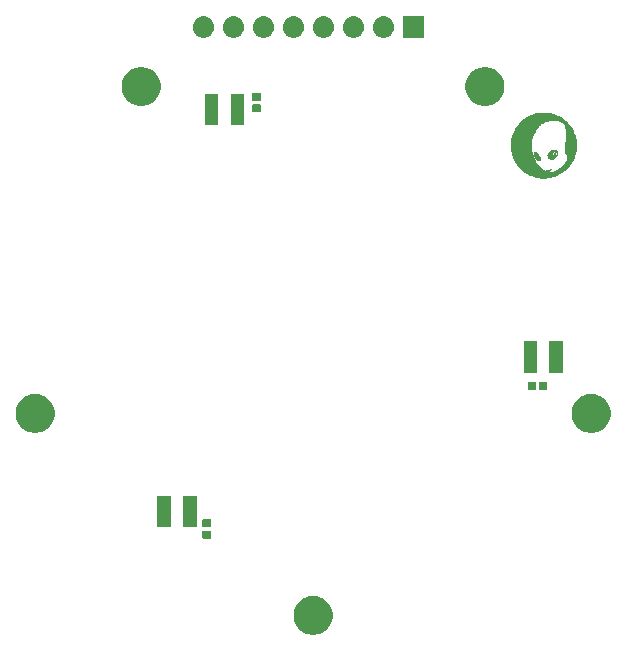
<source format=gbr>
G04 #@! TF.GenerationSoftware,KiCad,Pcbnew,5.0.2-bee76a0~70~ubuntu18.04.1*
G04 #@! TF.CreationDate,2019-08-19T12:56:06+02:00*
G04 #@! TF.ProjectId,roboy_3.0_40mm_ball_sensor,726f626f-795f-4332-9e30-5f34306d6d5f,rev?*
G04 #@! TF.SameCoordinates,Original*
G04 #@! TF.FileFunction,Soldermask,Top*
G04 #@! TF.FilePolarity,Negative*
%FSLAX46Y46*%
G04 Gerber Fmt 4.6, Leading zero omitted, Abs format (unit mm)*
G04 Created by KiCad (PCBNEW 5.0.2-bee76a0~70~ubuntu18.04.1) date Mo 19 Aug 2019 12:56:06 CEST*
%MOMM*%
%LPD*%
G01*
G04 APERTURE LIST*
%ADD10C,0.010000*%
%ADD11C,0.060000*%
%ADD12C,0.100000*%
G04 APERTURE END LIST*
D10*
G04 #@! TO.C,G\002A\002A\002A*
G36*
X180111411Y-82247658D02*
X180160303Y-82249034D01*
X180201791Y-82251227D01*
X180204248Y-82251404D01*
X180370730Y-82268617D01*
X180534856Y-82295619D01*
X180696263Y-82332236D01*
X180854589Y-82378297D01*
X181009470Y-82433628D01*
X181160545Y-82498056D01*
X181307451Y-82571410D01*
X181449824Y-82653515D01*
X181587304Y-82744199D01*
X181719526Y-82843290D01*
X181846128Y-82950614D01*
X181966748Y-83065999D01*
X182011488Y-83112506D01*
X182122388Y-83237802D01*
X182224852Y-83368680D01*
X182318766Y-83504894D01*
X182404014Y-83646197D01*
X182480485Y-83792344D01*
X182548064Y-83943091D01*
X182606637Y-84098190D01*
X182656090Y-84257396D01*
X182696310Y-84420465D01*
X182727184Y-84587149D01*
X182741027Y-84687580D01*
X182743688Y-84715614D01*
X182746056Y-84752158D01*
X182748107Y-84795565D01*
X182749818Y-84844188D01*
X182751168Y-84896379D01*
X182752131Y-84950493D01*
X182752687Y-85004881D01*
X182752810Y-85057898D01*
X182752479Y-85107897D01*
X182751671Y-85153229D01*
X182750362Y-85192250D01*
X182748529Y-85223311D01*
X182748521Y-85223409D01*
X182730425Y-85387738D01*
X182702523Y-85549947D01*
X182665024Y-85709636D01*
X182618137Y-85866405D01*
X182562068Y-86019853D01*
X182497026Y-86169580D01*
X182423220Y-86315186D01*
X182340858Y-86456271D01*
X182250147Y-86592433D01*
X182151295Y-86723273D01*
X182044512Y-86848391D01*
X181930005Y-86967385D01*
X181807982Y-87079856D01*
X181763827Y-87117365D01*
X181632339Y-87220164D01*
X181495556Y-87314370D01*
X181353820Y-87399844D01*
X181207475Y-87476444D01*
X181056863Y-87544030D01*
X180902328Y-87602462D01*
X180744213Y-87651599D01*
X180582861Y-87691300D01*
X180418615Y-87721425D01*
X180251818Y-87741834D01*
X180236220Y-87743230D01*
X180204605Y-87745421D01*
X180165273Y-87747283D01*
X180120337Y-87748791D01*
X180071909Y-87749916D01*
X180022102Y-87750634D01*
X179973029Y-87750917D01*
X179926802Y-87750740D01*
X179885534Y-87750076D01*
X179851338Y-87748899D01*
X179838694Y-87748187D01*
X179669062Y-87732042D01*
X179502378Y-87706308D01*
X179338908Y-87671099D01*
X179178916Y-87626529D01*
X179022667Y-87572712D01*
X178870427Y-87509763D01*
X178722461Y-87437796D01*
X178579033Y-87356925D01*
X178440408Y-87267265D01*
X178306852Y-87168929D01*
X178178630Y-87062031D01*
X178117269Y-87006036D01*
X177998879Y-86887867D01*
X177888479Y-86763571D01*
X177786241Y-86633510D01*
X177692338Y-86498048D01*
X177606943Y-86357546D01*
X177530229Y-86212369D01*
X177462370Y-86062880D01*
X177403537Y-85909441D01*
X177353904Y-85752416D01*
X177313644Y-85592168D01*
X177282930Y-85429060D01*
X177261935Y-85263454D01*
X177256484Y-85199168D01*
X177254235Y-85158243D01*
X177252806Y-85109784D01*
X177252158Y-85055741D01*
X177252254Y-84998065D01*
X177252845Y-84954280D01*
X178935866Y-84954280D01*
X178936087Y-85014867D01*
X178936800Y-85067255D01*
X178938154Y-85113398D01*
X178940296Y-85155249D01*
X178943376Y-85194763D01*
X178947541Y-85233895D01*
X178952939Y-85274598D01*
X178959719Y-85318827D01*
X178966683Y-85360680D01*
X178991321Y-85485767D01*
X179023172Y-85615784D01*
X179061644Y-85749155D01*
X179106146Y-85884306D01*
X179156085Y-86019660D01*
X179210869Y-86153644D01*
X179269907Y-86284683D01*
X179332605Y-86411201D01*
X179398373Y-86531623D01*
X179422138Y-86572260D01*
X179447850Y-86614150D01*
X179472392Y-86651070D01*
X179497458Y-86685163D01*
X179524739Y-86718577D01*
X179555927Y-86753455D01*
X179592714Y-86791944D01*
X179606237Y-86805668D01*
X179674539Y-86872063D01*
X179740032Y-86930339D01*
X179804180Y-86981594D01*
X179868445Y-87026927D01*
X179934292Y-87067436D01*
X180003183Y-87104220D01*
X180005625Y-87105432D01*
X180072865Y-87136631D01*
X180140523Y-87163591D01*
X180209818Y-87186574D01*
X180281972Y-87205841D01*
X180358208Y-87221653D01*
X180439746Y-87234271D01*
X180527807Y-87243955D01*
X180623614Y-87250968D01*
X180704301Y-87254743D01*
X180718468Y-87254065D01*
X180739174Y-87251605D01*
X180763042Y-87247805D01*
X180776346Y-87245295D01*
X180882126Y-87218969D01*
X180986227Y-87182724D01*
X181088740Y-87136520D01*
X181189759Y-87080316D01*
X181268715Y-87028715D01*
X181304948Y-87002443D01*
X181345856Y-86971048D01*
X181390005Y-86935764D01*
X181435964Y-86897826D01*
X181482299Y-86858467D01*
X181527577Y-86818921D01*
X181570365Y-86780423D01*
X181609230Y-86744207D01*
X181642740Y-86711506D01*
X181669357Y-86683669D01*
X181719078Y-86626571D01*
X181768026Y-86565833D01*
X181815342Y-86502772D01*
X181860168Y-86438702D01*
X181901646Y-86374939D01*
X181938916Y-86312800D01*
X181971120Y-86253600D01*
X181997399Y-86198654D01*
X182015547Y-86153160D01*
X182027166Y-86116683D01*
X182033669Y-86086920D01*
X182035291Y-86061946D01*
X182032266Y-86039838D01*
X182030229Y-86032655D01*
X182021899Y-85999183D01*
X182015174Y-85955850D01*
X182010045Y-85902582D01*
X182008557Y-85880480D01*
X182006914Y-85857285D01*
X182005091Y-85837827D01*
X182003327Y-85824354D01*
X182002048Y-85819279D01*
X181995985Y-85815091D01*
X181983461Y-85808816D01*
X181971213Y-85803494D01*
X181935191Y-85785805D01*
X181905050Y-85764111D01*
X181880055Y-85737333D01*
X181859472Y-85704396D01*
X181842567Y-85664221D01*
X181828606Y-85615733D01*
X181821731Y-85584200D01*
X181813109Y-85529984D01*
X181806872Y-85467299D01*
X181803003Y-85397547D01*
X181801488Y-85322131D01*
X181802310Y-85242453D01*
X181805454Y-85159917D01*
X181810904Y-85075924D01*
X181818644Y-84991878D01*
X181828658Y-84909181D01*
X181829391Y-84903857D01*
X181837683Y-84852621D01*
X181848851Y-84798523D01*
X181863299Y-84739881D01*
X181881436Y-84675012D01*
X181897507Y-84621894D01*
X181908001Y-84586596D01*
X181914749Y-84560223D01*
X181917856Y-84542298D01*
X181917630Y-84532994D01*
X181916992Y-84525817D01*
X181916273Y-84509339D01*
X181915490Y-84484422D01*
X181914662Y-84451926D01*
X181913807Y-84412708D01*
X181912943Y-84367631D01*
X181912087Y-84317553D01*
X181911258Y-84263335D01*
X181910474Y-84205836D01*
X181910024Y-84169420D01*
X181909099Y-84094866D01*
X181908178Y-84029436D01*
X181907209Y-83972094D01*
X181906143Y-83921802D01*
X181904928Y-83877525D01*
X181903514Y-83838228D01*
X181901851Y-83802872D01*
X181899886Y-83770422D01*
X181897570Y-83739843D01*
X181894853Y-83710097D01*
X181891682Y-83680148D01*
X181888009Y-83648961D01*
X181883781Y-83615498D01*
X181882415Y-83604995D01*
X181873450Y-83542533D01*
X181862637Y-83477182D01*
X181850663Y-83412772D01*
X181838216Y-83353131D01*
X181833201Y-83331220D01*
X181827194Y-83305740D01*
X181821859Y-83283078D01*
X181817719Y-83265465D01*
X181815300Y-83255135D01*
X181815099Y-83254273D01*
X181809514Y-83244596D01*
X181796770Y-83230140D01*
X181778059Y-83211912D01*
X181754573Y-83190920D01*
X181727505Y-83168170D01*
X181698047Y-83144671D01*
X181667391Y-83121430D01*
X181636729Y-83099454D01*
X181612900Y-83083398D01*
X181519663Y-83028561D01*
X181420366Y-82981665D01*
X181314885Y-82942665D01*
X181203099Y-82911515D01*
X181084885Y-82888173D01*
X181074420Y-82886529D01*
X181029797Y-82880994D01*
X180977546Y-82876733D01*
X180920123Y-82873789D01*
X180859984Y-82872208D01*
X180799587Y-82872036D01*
X180741389Y-82873316D01*
X180687846Y-82876094D01*
X180655320Y-82878864D01*
X180518305Y-82896876D01*
X180386889Y-82922248D01*
X180261374Y-82954863D01*
X180142065Y-82994607D01*
X180029262Y-83041362D01*
X179923270Y-83095014D01*
X179824391Y-83155447D01*
X179732928Y-83222544D01*
X179712307Y-83239465D01*
X179679118Y-83268484D01*
X179646726Y-83299428D01*
X179613635Y-83333870D01*
X179578349Y-83373378D01*
X179539372Y-83419524D01*
X179530517Y-83430280D01*
X179426906Y-83562732D01*
X179333379Y-83695187D01*
X179249858Y-83827797D01*
X179176268Y-83960716D01*
X179112533Y-84094098D01*
X179058577Y-84228098D01*
X179014324Y-84362867D01*
X178979697Y-84498561D01*
X178964339Y-84575820D01*
X178956862Y-84618964D01*
X178950787Y-84657561D01*
X178945975Y-84693452D01*
X178942287Y-84728477D01*
X178939585Y-84764477D01*
X178937730Y-84803291D01*
X178936585Y-84846762D01*
X178936009Y-84896729D01*
X178935866Y-84954280D01*
X177252845Y-84954280D01*
X177253056Y-84938704D01*
X177254526Y-84879611D01*
X177256624Y-84822735D01*
X177259314Y-84770027D01*
X177262556Y-84723437D01*
X177266314Y-84684915D01*
X177266582Y-84682680D01*
X177292056Y-84513148D01*
X177326728Y-84347926D01*
X177370629Y-84186938D01*
X177423792Y-84030112D01*
X177486249Y-83877374D01*
X177558030Y-83728650D01*
X177639169Y-83583866D01*
X177729697Y-83442948D01*
X177829646Y-83305822D01*
X177897157Y-83221718D01*
X177922254Y-83192734D01*
X177953460Y-83158564D01*
X177989254Y-83120728D01*
X178028116Y-83080747D01*
X178068523Y-83040143D01*
X178108955Y-83000438D01*
X178147890Y-82963151D01*
X178183808Y-82929805D01*
X178215186Y-82901920D01*
X178226798Y-82892077D01*
X178343126Y-82799763D01*
X178460135Y-82716075D01*
X178579986Y-82639586D01*
X178704836Y-82568870D01*
X178757940Y-82541230D01*
X178903201Y-82472517D01*
X179050453Y-82413076D01*
X179200545Y-82362650D01*
X179354324Y-82320984D01*
X179512640Y-82287823D01*
X179676342Y-82262911D01*
X179687760Y-82261502D01*
X179725674Y-82257711D01*
X179771787Y-82254433D01*
X179824148Y-82251705D01*
X179880806Y-82249566D01*
X179939812Y-82248054D01*
X179999215Y-82247206D01*
X180057065Y-82247062D01*
X180111411Y-82247658D01*
X180111411Y-82247658D01*
G37*
X180111411Y-82247658D02*
X180160303Y-82249034D01*
X180201791Y-82251227D01*
X180204248Y-82251404D01*
X180370730Y-82268617D01*
X180534856Y-82295619D01*
X180696263Y-82332236D01*
X180854589Y-82378297D01*
X181009470Y-82433628D01*
X181160545Y-82498056D01*
X181307451Y-82571410D01*
X181449824Y-82653515D01*
X181587304Y-82744199D01*
X181719526Y-82843290D01*
X181846128Y-82950614D01*
X181966748Y-83065999D01*
X182011488Y-83112506D01*
X182122388Y-83237802D01*
X182224852Y-83368680D01*
X182318766Y-83504894D01*
X182404014Y-83646197D01*
X182480485Y-83792344D01*
X182548064Y-83943091D01*
X182606637Y-84098190D01*
X182656090Y-84257396D01*
X182696310Y-84420465D01*
X182727184Y-84587149D01*
X182741027Y-84687580D01*
X182743688Y-84715614D01*
X182746056Y-84752158D01*
X182748107Y-84795565D01*
X182749818Y-84844188D01*
X182751168Y-84896379D01*
X182752131Y-84950493D01*
X182752687Y-85004881D01*
X182752810Y-85057898D01*
X182752479Y-85107897D01*
X182751671Y-85153229D01*
X182750362Y-85192250D01*
X182748529Y-85223311D01*
X182748521Y-85223409D01*
X182730425Y-85387738D01*
X182702523Y-85549947D01*
X182665024Y-85709636D01*
X182618137Y-85866405D01*
X182562068Y-86019853D01*
X182497026Y-86169580D01*
X182423220Y-86315186D01*
X182340858Y-86456271D01*
X182250147Y-86592433D01*
X182151295Y-86723273D01*
X182044512Y-86848391D01*
X181930005Y-86967385D01*
X181807982Y-87079856D01*
X181763827Y-87117365D01*
X181632339Y-87220164D01*
X181495556Y-87314370D01*
X181353820Y-87399844D01*
X181207475Y-87476444D01*
X181056863Y-87544030D01*
X180902328Y-87602462D01*
X180744213Y-87651599D01*
X180582861Y-87691300D01*
X180418615Y-87721425D01*
X180251818Y-87741834D01*
X180236220Y-87743230D01*
X180204605Y-87745421D01*
X180165273Y-87747283D01*
X180120337Y-87748791D01*
X180071909Y-87749916D01*
X180022102Y-87750634D01*
X179973029Y-87750917D01*
X179926802Y-87750740D01*
X179885534Y-87750076D01*
X179851338Y-87748899D01*
X179838694Y-87748187D01*
X179669062Y-87732042D01*
X179502378Y-87706308D01*
X179338908Y-87671099D01*
X179178916Y-87626529D01*
X179022667Y-87572712D01*
X178870427Y-87509763D01*
X178722461Y-87437796D01*
X178579033Y-87356925D01*
X178440408Y-87267265D01*
X178306852Y-87168929D01*
X178178630Y-87062031D01*
X178117269Y-87006036D01*
X177998879Y-86887867D01*
X177888479Y-86763571D01*
X177786241Y-86633510D01*
X177692338Y-86498048D01*
X177606943Y-86357546D01*
X177530229Y-86212369D01*
X177462370Y-86062880D01*
X177403537Y-85909441D01*
X177353904Y-85752416D01*
X177313644Y-85592168D01*
X177282930Y-85429060D01*
X177261935Y-85263454D01*
X177256484Y-85199168D01*
X177254235Y-85158243D01*
X177252806Y-85109784D01*
X177252158Y-85055741D01*
X177252254Y-84998065D01*
X177252845Y-84954280D01*
X178935866Y-84954280D01*
X178936087Y-85014867D01*
X178936800Y-85067255D01*
X178938154Y-85113398D01*
X178940296Y-85155249D01*
X178943376Y-85194763D01*
X178947541Y-85233895D01*
X178952939Y-85274598D01*
X178959719Y-85318827D01*
X178966683Y-85360680D01*
X178991321Y-85485767D01*
X179023172Y-85615784D01*
X179061644Y-85749155D01*
X179106146Y-85884306D01*
X179156085Y-86019660D01*
X179210869Y-86153644D01*
X179269907Y-86284683D01*
X179332605Y-86411201D01*
X179398373Y-86531623D01*
X179422138Y-86572260D01*
X179447850Y-86614150D01*
X179472392Y-86651070D01*
X179497458Y-86685163D01*
X179524739Y-86718577D01*
X179555927Y-86753455D01*
X179592714Y-86791944D01*
X179606237Y-86805668D01*
X179674539Y-86872063D01*
X179740032Y-86930339D01*
X179804180Y-86981594D01*
X179868445Y-87026927D01*
X179934292Y-87067436D01*
X180003183Y-87104220D01*
X180005625Y-87105432D01*
X180072865Y-87136631D01*
X180140523Y-87163591D01*
X180209818Y-87186574D01*
X180281972Y-87205841D01*
X180358208Y-87221653D01*
X180439746Y-87234271D01*
X180527807Y-87243955D01*
X180623614Y-87250968D01*
X180704301Y-87254743D01*
X180718468Y-87254065D01*
X180739174Y-87251605D01*
X180763042Y-87247805D01*
X180776346Y-87245295D01*
X180882126Y-87218969D01*
X180986227Y-87182724D01*
X181088740Y-87136520D01*
X181189759Y-87080316D01*
X181268715Y-87028715D01*
X181304948Y-87002443D01*
X181345856Y-86971048D01*
X181390005Y-86935764D01*
X181435964Y-86897826D01*
X181482299Y-86858467D01*
X181527577Y-86818921D01*
X181570365Y-86780423D01*
X181609230Y-86744207D01*
X181642740Y-86711506D01*
X181669357Y-86683669D01*
X181719078Y-86626571D01*
X181768026Y-86565833D01*
X181815342Y-86502772D01*
X181860168Y-86438702D01*
X181901646Y-86374939D01*
X181938916Y-86312800D01*
X181971120Y-86253600D01*
X181997399Y-86198654D01*
X182015547Y-86153160D01*
X182027166Y-86116683D01*
X182033669Y-86086920D01*
X182035291Y-86061946D01*
X182032266Y-86039838D01*
X182030229Y-86032655D01*
X182021899Y-85999183D01*
X182015174Y-85955850D01*
X182010045Y-85902582D01*
X182008557Y-85880480D01*
X182006914Y-85857285D01*
X182005091Y-85837827D01*
X182003327Y-85824354D01*
X182002048Y-85819279D01*
X181995985Y-85815091D01*
X181983461Y-85808816D01*
X181971213Y-85803494D01*
X181935191Y-85785805D01*
X181905050Y-85764111D01*
X181880055Y-85737333D01*
X181859472Y-85704396D01*
X181842567Y-85664221D01*
X181828606Y-85615733D01*
X181821731Y-85584200D01*
X181813109Y-85529984D01*
X181806872Y-85467299D01*
X181803003Y-85397547D01*
X181801488Y-85322131D01*
X181802310Y-85242453D01*
X181805454Y-85159917D01*
X181810904Y-85075924D01*
X181818644Y-84991878D01*
X181828658Y-84909181D01*
X181829391Y-84903857D01*
X181837683Y-84852621D01*
X181848851Y-84798523D01*
X181863299Y-84739881D01*
X181881436Y-84675012D01*
X181897507Y-84621894D01*
X181908001Y-84586596D01*
X181914749Y-84560223D01*
X181917856Y-84542298D01*
X181917630Y-84532994D01*
X181916992Y-84525817D01*
X181916273Y-84509339D01*
X181915490Y-84484422D01*
X181914662Y-84451926D01*
X181913807Y-84412708D01*
X181912943Y-84367631D01*
X181912087Y-84317553D01*
X181911258Y-84263335D01*
X181910474Y-84205836D01*
X181910024Y-84169420D01*
X181909099Y-84094866D01*
X181908178Y-84029436D01*
X181907209Y-83972094D01*
X181906143Y-83921802D01*
X181904928Y-83877525D01*
X181903514Y-83838228D01*
X181901851Y-83802872D01*
X181899886Y-83770422D01*
X181897570Y-83739843D01*
X181894853Y-83710097D01*
X181891682Y-83680148D01*
X181888009Y-83648961D01*
X181883781Y-83615498D01*
X181882415Y-83604995D01*
X181873450Y-83542533D01*
X181862637Y-83477182D01*
X181850663Y-83412772D01*
X181838216Y-83353131D01*
X181833201Y-83331220D01*
X181827194Y-83305740D01*
X181821859Y-83283078D01*
X181817719Y-83265465D01*
X181815300Y-83255135D01*
X181815099Y-83254273D01*
X181809514Y-83244596D01*
X181796770Y-83230140D01*
X181778059Y-83211912D01*
X181754573Y-83190920D01*
X181727505Y-83168170D01*
X181698047Y-83144671D01*
X181667391Y-83121430D01*
X181636729Y-83099454D01*
X181612900Y-83083398D01*
X181519663Y-83028561D01*
X181420366Y-82981665D01*
X181314885Y-82942665D01*
X181203099Y-82911515D01*
X181084885Y-82888173D01*
X181074420Y-82886529D01*
X181029797Y-82880994D01*
X180977546Y-82876733D01*
X180920123Y-82873789D01*
X180859984Y-82872208D01*
X180799587Y-82872036D01*
X180741389Y-82873316D01*
X180687846Y-82876094D01*
X180655320Y-82878864D01*
X180518305Y-82896876D01*
X180386889Y-82922248D01*
X180261374Y-82954863D01*
X180142065Y-82994607D01*
X180029262Y-83041362D01*
X179923270Y-83095014D01*
X179824391Y-83155447D01*
X179732928Y-83222544D01*
X179712307Y-83239465D01*
X179679118Y-83268484D01*
X179646726Y-83299428D01*
X179613635Y-83333870D01*
X179578349Y-83373378D01*
X179539372Y-83419524D01*
X179530517Y-83430280D01*
X179426906Y-83562732D01*
X179333379Y-83695187D01*
X179249858Y-83827797D01*
X179176268Y-83960716D01*
X179112533Y-84094098D01*
X179058577Y-84228098D01*
X179014324Y-84362867D01*
X178979697Y-84498561D01*
X178964339Y-84575820D01*
X178956862Y-84618964D01*
X178950787Y-84657561D01*
X178945975Y-84693452D01*
X178942287Y-84728477D01*
X178939585Y-84764477D01*
X178937730Y-84803291D01*
X178936585Y-84846762D01*
X178936009Y-84896729D01*
X178935866Y-84954280D01*
X177252845Y-84954280D01*
X177253056Y-84938704D01*
X177254526Y-84879611D01*
X177256624Y-84822735D01*
X177259314Y-84770027D01*
X177262556Y-84723437D01*
X177266314Y-84684915D01*
X177266582Y-84682680D01*
X177292056Y-84513148D01*
X177326728Y-84347926D01*
X177370629Y-84186938D01*
X177423792Y-84030112D01*
X177486249Y-83877374D01*
X177558030Y-83728650D01*
X177639169Y-83583866D01*
X177729697Y-83442948D01*
X177829646Y-83305822D01*
X177897157Y-83221718D01*
X177922254Y-83192734D01*
X177953460Y-83158564D01*
X177989254Y-83120728D01*
X178028116Y-83080747D01*
X178068523Y-83040143D01*
X178108955Y-83000438D01*
X178147890Y-82963151D01*
X178183808Y-82929805D01*
X178215186Y-82901920D01*
X178226798Y-82892077D01*
X178343126Y-82799763D01*
X178460135Y-82716075D01*
X178579986Y-82639586D01*
X178704836Y-82568870D01*
X178757940Y-82541230D01*
X178903201Y-82472517D01*
X179050453Y-82413076D01*
X179200545Y-82362650D01*
X179354324Y-82320984D01*
X179512640Y-82287823D01*
X179676342Y-82262911D01*
X179687760Y-82261502D01*
X179725674Y-82257711D01*
X179771787Y-82254433D01*
X179824148Y-82251705D01*
X179880806Y-82249566D01*
X179939812Y-82248054D01*
X179999215Y-82247206D01*
X180057065Y-82247062D01*
X180111411Y-82247658D01*
G36*
X179524466Y-85929926D02*
X179539554Y-85941333D01*
X179541789Y-85943610D01*
X179557997Y-85964076D01*
X179571303Y-85987188D01*
X179581395Y-86011348D01*
X179587961Y-86034960D01*
X179590691Y-86056426D01*
X179589274Y-86074150D01*
X179583397Y-86086535D01*
X179572750Y-86091983D01*
X179570740Y-86092103D01*
X179563319Y-86089690D01*
X179551818Y-86083702D01*
X179550097Y-86082671D01*
X179533099Y-86067908D01*
X179517367Y-86046401D01*
X179503917Y-86020683D01*
X179493764Y-85993289D01*
X179487921Y-85966754D01*
X179487405Y-85943613D01*
X179490003Y-85932595D01*
X179497422Y-85925074D01*
X179509666Y-85924345D01*
X179524466Y-85929926D01*
X179524466Y-85929926D01*
G37*
X179524466Y-85929926D02*
X179539554Y-85941333D01*
X179541789Y-85943610D01*
X179557997Y-85964076D01*
X179571303Y-85987188D01*
X179581395Y-86011348D01*
X179587961Y-86034960D01*
X179590691Y-86056426D01*
X179589274Y-86074150D01*
X179583397Y-86086535D01*
X179572750Y-86091983D01*
X179570740Y-86092103D01*
X179563319Y-86089690D01*
X179551818Y-86083702D01*
X179550097Y-86082671D01*
X179533099Y-86067908D01*
X179517367Y-86046401D01*
X179503917Y-86020683D01*
X179493764Y-85993289D01*
X179487921Y-85966754D01*
X179487405Y-85943613D01*
X179490003Y-85932595D01*
X179497422Y-85925074D01*
X179509666Y-85924345D01*
X179524466Y-85929926D01*
G36*
X180963667Y-85651102D02*
X180976744Y-85654493D01*
X180988048Y-85661622D01*
X180990392Y-85663545D01*
X181009692Y-85685382D01*
X181019619Y-85709859D01*
X181019926Y-85735768D01*
X181010441Y-85761765D01*
X180996012Y-85780859D01*
X180977537Y-85792325D01*
X180953024Y-85797210D01*
X180942228Y-85797560D01*
X180924829Y-85796947D01*
X180913155Y-85793934D01*
X180902794Y-85786758D01*
X180893903Y-85778259D01*
X180877278Y-85755369D01*
X180869936Y-85730434D01*
X180871832Y-85705206D01*
X180882919Y-85681436D01*
X180896859Y-85665951D01*
X180908713Y-85656754D01*
X180920030Y-85652033D01*
X180935130Y-85650369D01*
X180944667Y-85650240D01*
X180963667Y-85651102D01*
X180963667Y-85651102D01*
G37*
X180963667Y-85651102D02*
X180976744Y-85654493D01*
X180988048Y-85661622D01*
X180990392Y-85663545D01*
X181009692Y-85685382D01*
X181019619Y-85709859D01*
X181019926Y-85735768D01*
X181010441Y-85761765D01*
X180996012Y-85780859D01*
X180977537Y-85792325D01*
X180953024Y-85797210D01*
X180942228Y-85797560D01*
X180924829Y-85796947D01*
X180913155Y-85793934D01*
X180902794Y-85786758D01*
X180893903Y-85778259D01*
X180877278Y-85755369D01*
X180869936Y-85730434D01*
X180871832Y-85705206D01*
X180882919Y-85681436D01*
X180896859Y-85665951D01*
X180908713Y-85656754D01*
X180920030Y-85652033D01*
X180935130Y-85650369D01*
X180944667Y-85650240D01*
X180963667Y-85651102D01*
G36*
X180918423Y-85401777D02*
X180956263Y-85405066D01*
X180976759Y-85408897D01*
X181028390Y-85425874D01*
X181073060Y-85449654D01*
X181110646Y-85479527D01*
X181141024Y-85514781D01*
X181164071Y-85554703D01*
X181179661Y-85598583D01*
X181187672Y-85645708D01*
X181187980Y-85695366D01*
X181180461Y-85746846D01*
X181164990Y-85799436D01*
X181141445Y-85852424D01*
X181109701Y-85905099D01*
X181071669Y-85954398D01*
X181022024Y-86005506D01*
X180967034Y-86050255D01*
X180907863Y-86088142D01*
X180845678Y-86118666D01*
X180781645Y-86141325D01*
X180716929Y-86155617D01*
X180652695Y-86161041D01*
X180598218Y-86158169D01*
X180543393Y-86147107D01*
X180494297Y-86128036D01*
X180451371Y-86101148D01*
X180432887Y-86085333D01*
X180401140Y-86051436D01*
X180378000Y-86016962D01*
X180362118Y-85979320D01*
X180352141Y-85935916D01*
X180350986Y-85928145D01*
X180348426Y-85873755D01*
X180355286Y-85818691D01*
X180370934Y-85763752D01*
X180384275Y-85733475D01*
X180749164Y-85733475D01*
X180751545Y-85755112D01*
X180764506Y-85799304D01*
X180785689Y-85838657D01*
X180814198Y-85872122D01*
X180849137Y-85898653D01*
X180889610Y-85917204D01*
X180890453Y-85917481D01*
X180910411Y-85921460D01*
X180937461Y-85923152D01*
X180955684Y-85922976D01*
X180979938Y-85921571D01*
X180998324Y-85918634D01*
X181015122Y-85913176D01*
X181032690Y-85905155D01*
X181069679Y-85881788D01*
X181100282Y-85851948D01*
X181123754Y-85817048D01*
X181139349Y-85778504D01*
X181146322Y-85737728D01*
X181143925Y-85696134D01*
X181143670Y-85694722D01*
X181130966Y-85652824D01*
X181109644Y-85614438D01*
X181080985Y-85581215D01*
X181046270Y-85554806D01*
X181027445Y-85544858D01*
X180997518Y-85535350D01*
X180962396Y-85530786D01*
X180925790Y-85531225D01*
X180891413Y-85536724D01*
X180873531Y-85542426D01*
X180838383Y-85561486D01*
X180807691Y-85587944D01*
X180782440Y-85620087D01*
X180763613Y-85656199D01*
X180752193Y-85694567D01*
X180749164Y-85733475D01*
X180384275Y-85733475D01*
X180394736Y-85709736D01*
X180426061Y-85657441D01*
X180464274Y-85607666D01*
X180508745Y-85561207D01*
X180558840Y-85518864D01*
X180613926Y-85481434D01*
X180673370Y-85449716D01*
X180736541Y-85424507D01*
X180754886Y-85418701D01*
X180791263Y-85410238D01*
X180832757Y-85404503D01*
X180876199Y-85401636D01*
X180918423Y-85401777D01*
X180918423Y-85401777D01*
G37*
X180918423Y-85401777D02*
X180956263Y-85405066D01*
X180976759Y-85408897D01*
X181028390Y-85425874D01*
X181073060Y-85449654D01*
X181110646Y-85479527D01*
X181141024Y-85514781D01*
X181164071Y-85554703D01*
X181179661Y-85598583D01*
X181187672Y-85645708D01*
X181187980Y-85695366D01*
X181180461Y-85746846D01*
X181164990Y-85799436D01*
X181141445Y-85852424D01*
X181109701Y-85905099D01*
X181071669Y-85954398D01*
X181022024Y-86005506D01*
X180967034Y-86050255D01*
X180907863Y-86088142D01*
X180845678Y-86118666D01*
X180781645Y-86141325D01*
X180716929Y-86155617D01*
X180652695Y-86161041D01*
X180598218Y-86158169D01*
X180543393Y-86147107D01*
X180494297Y-86128036D01*
X180451371Y-86101148D01*
X180432887Y-86085333D01*
X180401140Y-86051436D01*
X180378000Y-86016962D01*
X180362118Y-85979320D01*
X180352141Y-85935916D01*
X180350986Y-85928145D01*
X180348426Y-85873755D01*
X180355286Y-85818691D01*
X180370934Y-85763752D01*
X180384275Y-85733475D01*
X180749164Y-85733475D01*
X180751545Y-85755112D01*
X180764506Y-85799304D01*
X180785689Y-85838657D01*
X180814198Y-85872122D01*
X180849137Y-85898653D01*
X180889610Y-85917204D01*
X180890453Y-85917481D01*
X180910411Y-85921460D01*
X180937461Y-85923152D01*
X180955684Y-85922976D01*
X180979938Y-85921571D01*
X180998324Y-85918634D01*
X181015122Y-85913176D01*
X181032690Y-85905155D01*
X181069679Y-85881788D01*
X181100282Y-85851948D01*
X181123754Y-85817048D01*
X181139349Y-85778504D01*
X181146322Y-85737728D01*
X181143925Y-85696134D01*
X181143670Y-85694722D01*
X181130966Y-85652824D01*
X181109644Y-85614438D01*
X181080985Y-85581215D01*
X181046270Y-85554806D01*
X181027445Y-85544858D01*
X180997518Y-85535350D01*
X180962396Y-85530786D01*
X180925790Y-85531225D01*
X180891413Y-85536724D01*
X180873531Y-85542426D01*
X180838383Y-85561486D01*
X180807691Y-85587944D01*
X180782440Y-85620087D01*
X180763613Y-85656199D01*
X180752193Y-85694567D01*
X180749164Y-85733475D01*
X180384275Y-85733475D01*
X180394736Y-85709736D01*
X180426061Y-85657441D01*
X180464274Y-85607666D01*
X180508745Y-85561207D01*
X180558840Y-85518864D01*
X180613926Y-85481434D01*
X180673370Y-85449716D01*
X180736541Y-85424507D01*
X180754886Y-85418701D01*
X180791263Y-85410238D01*
X180832757Y-85404503D01*
X180876199Y-85401636D01*
X180918423Y-85401777D01*
G36*
X179293665Y-85592400D02*
X179311199Y-85594815D01*
X179327879Y-85600076D01*
X179346678Y-85608404D01*
X179396544Y-85636810D01*
X179446028Y-85674026D01*
X179494186Y-85718713D01*
X179540077Y-85769536D01*
X179582757Y-85825158D01*
X179621285Y-85884244D01*
X179654717Y-85945456D01*
X179682112Y-86007459D01*
X179702526Y-86068917D01*
X179715018Y-86128492D01*
X179715381Y-86131129D01*
X179718149Y-86174196D01*
X179714456Y-86212257D01*
X179704593Y-86244427D01*
X179688853Y-86269822D01*
X179667525Y-86287556D01*
X179663187Y-86289832D01*
X179635219Y-86298318D01*
X179603409Y-86299581D01*
X179571189Y-86293488D01*
X179570740Y-86293346D01*
X179527203Y-86275057D01*
X179482270Y-86247842D01*
X179436881Y-86212665D01*
X179391976Y-86170487D01*
X179348495Y-86122272D01*
X179307378Y-86068982D01*
X179269565Y-86011579D01*
X179235996Y-85951026D01*
X179235540Y-85950119D01*
X179210181Y-85895845D01*
X179201711Y-85873574D01*
X179355284Y-85873574D01*
X179355543Y-85901315D01*
X179358121Y-85929311D01*
X179362567Y-85952702D01*
X179372407Y-85982865D01*
X179386999Y-86017156D01*
X179404535Y-86051944D01*
X179423208Y-86083596D01*
X179438382Y-86105022D01*
X179469895Y-86140806D01*
X179501152Y-86168895D01*
X179531506Y-86189000D01*
X179560309Y-86200834D01*
X179586913Y-86204109D01*
X179610670Y-86198538D01*
X179626133Y-86188466D01*
X179640767Y-86171999D01*
X179650019Y-86152003D01*
X179654606Y-86126313D01*
X179655402Y-86100316D01*
X179651584Y-86061085D01*
X179641587Y-86020767D01*
X179626265Y-85980451D01*
X179606466Y-85941228D01*
X179583042Y-85904188D01*
X179556844Y-85870421D01*
X179528723Y-85841018D01*
X179499529Y-85817069D01*
X179470113Y-85799664D01*
X179441326Y-85789894D01*
X179414019Y-85788849D01*
X179412521Y-85789075D01*
X179390226Y-85797610D01*
X179371870Y-85814429D01*
X179361805Y-85831686D01*
X179357365Y-85849295D01*
X179355284Y-85873574D01*
X179201711Y-85873574D01*
X179191505Y-85846742D01*
X179178956Y-85800850D01*
X179171980Y-85756209D01*
X179170024Y-85718820D01*
X179170147Y-85693734D01*
X179171356Y-85675780D01*
X179174108Y-85661950D01*
X179178861Y-85649235D01*
X179181443Y-85643751D01*
X179192212Y-85626421D01*
X179205671Y-85610733D01*
X179211471Y-85605651D01*
X179221774Y-85598608D01*
X179231873Y-85594452D01*
X179244939Y-85592443D01*
X179264145Y-85591838D01*
X179270641Y-85591820D01*
X179293665Y-85592400D01*
X179293665Y-85592400D01*
G37*
X179293665Y-85592400D02*
X179311199Y-85594815D01*
X179327879Y-85600076D01*
X179346678Y-85608404D01*
X179396544Y-85636810D01*
X179446028Y-85674026D01*
X179494186Y-85718713D01*
X179540077Y-85769536D01*
X179582757Y-85825158D01*
X179621285Y-85884244D01*
X179654717Y-85945456D01*
X179682112Y-86007459D01*
X179702526Y-86068917D01*
X179715018Y-86128492D01*
X179715381Y-86131129D01*
X179718149Y-86174196D01*
X179714456Y-86212257D01*
X179704593Y-86244427D01*
X179688853Y-86269822D01*
X179667525Y-86287556D01*
X179663187Y-86289832D01*
X179635219Y-86298318D01*
X179603409Y-86299581D01*
X179571189Y-86293488D01*
X179570740Y-86293346D01*
X179527203Y-86275057D01*
X179482270Y-86247842D01*
X179436881Y-86212665D01*
X179391976Y-86170487D01*
X179348495Y-86122272D01*
X179307378Y-86068982D01*
X179269565Y-86011579D01*
X179235996Y-85951026D01*
X179235540Y-85950119D01*
X179210181Y-85895845D01*
X179201711Y-85873574D01*
X179355284Y-85873574D01*
X179355543Y-85901315D01*
X179358121Y-85929311D01*
X179362567Y-85952702D01*
X179372407Y-85982865D01*
X179386999Y-86017156D01*
X179404535Y-86051944D01*
X179423208Y-86083596D01*
X179438382Y-86105022D01*
X179469895Y-86140806D01*
X179501152Y-86168895D01*
X179531506Y-86189000D01*
X179560309Y-86200834D01*
X179586913Y-86204109D01*
X179610670Y-86198538D01*
X179626133Y-86188466D01*
X179640767Y-86171999D01*
X179650019Y-86152003D01*
X179654606Y-86126313D01*
X179655402Y-86100316D01*
X179651584Y-86061085D01*
X179641587Y-86020767D01*
X179626265Y-85980451D01*
X179606466Y-85941228D01*
X179583042Y-85904188D01*
X179556844Y-85870421D01*
X179528723Y-85841018D01*
X179499529Y-85817069D01*
X179470113Y-85799664D01*
X179441326Y-85789894D01*
X179414019Y-85788849D01*
X179412521Y-85789075D01*
X179390226Y-85797610D01*
X179371870Y-85814429D01*
X179361805Y-85831686D01*
X179357365Y-85849295D01*
X179355284Y-85873574D01*
X179201711Y-85873574D01*
X179191505Y-85846742D01*
X179178956Y-85800850D01*
X179171980Y-85756209D01*
X179170024Y-85718820D01*
X179170147Y-85693734D01*
X179171356Y-85675780D01*
X179174108Y-85661950D01*
X179178861Y-85649235D01*
X179181443Y-85643751D01*
X179192212Y-85626421D01*
X179205671Y-85610733D01*
X179211471Y-85605651D01*
X179221774Y-85598608D01*
X179231873Y-85594452D01*
X179244939Y-85592443D01*
X179264145Y-85591838D01*
X179270641Y-85591820D01*
X179293665Y-85592400D01*
D11*
G36*
X180624692Y-87031830D02*
X180628884Y-87037238D01*
X180629842Y-87045434D01*
X180625424Y-87050854D01*
X180613375Y-87058710D01*
X180595655Y-87068093D01*
X180574225Y-87078090D01*
X180551046Y-87087791D01*
X180528078Y-87096284D01*
X180507282Y-87102659D01*
X180505917Y-87103013D01*
X180462856Y-87110486D01*
X180414361Y-87112860D01*
X180363785Y-87110138D01*
X180317500Y-87102965D01*
X180290200Y-87097186D01*
X180271309Y-87092973D01*
X180259286Y-87089840D01*
X180252588Y-87087302D01*
X180249673Y-87084876D01*
X180248999Y-87082076D01*
X180248997Y-87081433D01*
X180250026Y-87073727D01*
X180253898Y-87069084D01*
X180262140Y-87067369D01*
X180276276Y-87068449D01*
X180297832Y-87072190D01*
X180314960Y-87075657D01*
X180373922Y-87085109D01*
X180427388Y-87087441D01*
X180477312Y-87082442D01*
X180525646Y-87069901D01*
X180574342Y-87049609D01*
X180579221Y-87047188D01*
X180601207Y-87036758D01*
X180615915Y-87031654D01*
X180624692Y-87031830D01*
X180624692Y-87031830D01*
G37*
X180624692Y-87031830D02*
X180628884Y-87037238D01*
X180629842Y-87045434D01*
X180625424Y-87050854D01*
X180613375Y-87058710D01*
X180595655Y-87068093D01*
X180574225Y-87078090D01*
X180551046Y-87087791D01*
X180528078Y-87096284D01*
X180507282Y-87102659D01*
X180505917Y-87103013D01*
X180462856Y-87110486D01*
X180414361Y-87112860D01*
X180363785Y-87110138D01*
X180317500Y-87102965D01*
X180290200Y-87097186D01*
X180271309Y-87092973D01*
X180259286Y-87089840D01*
X180252588Y-87087302D01*
X180249673Y-87084876D01*
X180248999Y-87082076D01*
X180248997Y-87081433D01*
X180250026Y-87073727D01*
X180253898Y-87069084D01*
X180262140Y-87067369D01*
X180276276Y-87068449D01*
X180297832Y-87072190D01*
X180314960Y-87075657D01*
X180373922Y-87085109D01*
X180427388Y-87087441D01*
X180477312Y-87082442D01*
X180525646Y-87069901D01*
X180574342Y-87049609D01*
X180579221Y-87047188D01*
X180601207Y-87036758D01*
X180615915Y-87031654D01*
X180624692Y-87031830D01*
D12*
G36*
X160875256Y-123211298D02*
X160981579Y-123232447D01*
X161282042Y-123356903D01*
X161548852Y-123535180D01*
X161552454Y-123537587D01*
X161782413Y-123767546D01*
X161963098Y-124037960D01*
X162087553Y-124338422D01*
X162151000Y-124657389D01*
X162151000Y-124982611D01*
X162087553Y-125301578D01*
X161963098Y-125602040D01*
X161782413Y-125872454D01*
X161552454Y-126102413D01*
X161552451Y-126102415D01*
X161282042Y-126283097D01*
X160981579Y-126407553D01*
X160875256Y-126428702D01*
X160662611Y-126471000D01*
X160337389Y-126471000D01*
X160124744Y-126428702D01*
X160018421Y-126407553D01*
X159717958Y-126283097D01*
X159447549Y-126102415D01*
X159447546Y-126102413D01*
X159217587Y-125872454D01*
X159036902Y-125602040D01*
X158912447Y-125301578D01*
X158849000Y-124982611D01*
X158849000Y-124657389D01*
X158912447Y-124338422D01*
X159036902Y-124037960D01*
X159217587Y-123767546D01*
X159447546Y-123537587D01*
X159451148Y-123535180D01*
X159717958Y-123356903D01*
X160018421Y-123232447D01*
X160124744Y-123211298D01*
X160337389Y-123169000D01*
X160662611Y-123169000D01*
X160875256Y-123211298D01*
X160875256Y-123211298D01*
G37*
G36*
X151781938Y-117641716D02*
X151802556Y-117647970D01*
X151821556Y-117658126D01*
X151838208Y-117671792D01*
X151851874Y-117688444D01*
X151862030Y-117707444D01*
X151868284Y-117728062D01*
X151871000Y-117755640D01*
X151871000Y-118214360D01*
X151868284Y-118241938D01*
X151862030Y-118262556D01*
X151851874Y-118281556D01*
X151838208Y-118298208D01*
X151821556Y-118311874D01*
X151802556Y-118322030D01*
X151781938Y-118328284D01*
X151754360Y-118331000D01*
X151245640Y-118331000D01*
X151218062Y-118328284D01*
X151197444Y-118322030D01*
X151178444Y-118311874D01*
X151161792Y-118298208D01*
X151148126Y-118281556D01*
X151137970Y-118262556D01*
X151131716Y-118241938D01*
X151129000Y-118214360D01*
X151129000Y-117755640D01*
X151131716Y-117728062D01*
X151137970Y-117707444D01*
X151148126Y-117688444D01*
X151161792Y-117671792D01*
X151178444Y-117658126D01*
X151197444Y-117647970D01*
X151218062Y-117641716D01*
X151245640Y-117639000D01*
X151754360Y-117639000D01*
X151781938Y-117641716D01*
X151781938Y-117641716D01*
G37*
G36*
X151781938Y-116671716D02*
X151802556Y-116677970D01*
X151821556Y-116688126D01*
X151838208Y-116701792D01*
X151851874Y-116718444D01*
X151862030Y-116737444D01*
X151868284Y-116758062D01*
X151871000Y-116785640D01*
X151871000Y-117244360D01*
X151868284Y-117271938D01*
X151862030Y-117292556D01*
X151851874Y-117311556D01*
X151838208Y-117328208D01*
X151821556Y-117341874D01*
X151802556Y-117352030D01*
X151781938Y-117358284D01*
X151754360Y-117361000D01*
X151245640Y-117361000D01*
X151218062Y-117358284D01*
X151197444Y-117352030D01*
X151178444Y-117341874D01*
X151161792Y-117328208D01*
X151148126Y-117311556D01*
X151137970Y-117292556D01*
X151131716Y-117271938D01*
X151129000Y-117244360D01*
X151129000Y-116785640D01*
X151131716Y-116758062D01*
X151137970Y-116737444D01*
X151148126Y-116718444D01*
X151161792Y-116701792D01*
X151178444Y-116688126D01*
X151197444Y-116677970D01*
X151218062Y-116671716D01*
X151245640Y-116669000D01*
X151754360Y-116669000D01*
X151781938Y-116671716D01*
X151781938Y-116671716D01*
G37*
G36*
X150681000Y-117326000D02*
X149519000Y-117326000D01*
X149519000Y-114674000D01*
X150681000Y-114674000D01*
X150681000Y-117326000D01*
X150681000Y-117326000D01*
G37*
G36*
X148481000Y-117326000D02*
X147319000Y-117326000D01*
X147319000Y-114674000D01*
X148481000Y-114674000D01*
X148481000Y-117326000D01*
X148481000Y-117326000D01*
G37*
G36*
X137334230Y-106107741D02*
X137440553Y-106128890D01*
X137741016Y-106253346D01*
X138007826Y-106431623D01*
X138011428Y-106434030D01*
X138241387Y-106663989D01*
X138422072Y-106934403D01*
X138546527Y-107234865D01*
X138609974Y-107553832D01*
X138609974Y-107879054D01*
X138546527Y-108198021D01*
X138422072Y-108498483D01*
X138241387Y-108768897D01*
X138011428Y-108998856D01*
X138011425Y-108998858D01*
X137741016Y-109179540D01*
X137440553Y-109303996D01*
X137334230Y-109325145D01*
X137121585Y-109367443D01*
X136796363Y-109367443D01*
X136583718Y-109325145D01*
X136477395Y-109303996D01*
X136176932Y-109179540D01*
X135906523Y-108998858D01*
X135906520Y-108998856D01*
X135676561Y-108768897D01*
X135495876Y-108498483D01*
X135371421Y-108198021D01*
X135307974Y-107879054D01*
X135307974Y-107553832D01*
X135371421Y-107234865D01*
X135495876Y-106934403D01*
X135676561Y-106663989D01*
X135906520Y-106434030D01*
X135910122Y-106431623D01*
X136176932Y-106253346D01*
X136477395Y-106128890D01*
X136583718Y-106107741D01*
X136796363Y-106065443D01*
X137121585Y-106065443D01*
X137334230Y-106107741D01*
X137334230Y-106107741D01*
G37*
G36*
X184416282Y-106107741D02*
X184522605Y-106128890D01*
X184823068Y-106253346D01*
X185089878Y-106431623D01*
X185093480Y-106434030D01*
X185323439Y-106663989D01*
X185504124Y-106934403D01*
X185628579Y-107234865D01*
X185692026Y-107553832D01*
X185692026Y-107879054D01*
X185628579Y-108198021D01*
X185504124Y-108498483D01*
X185323439Y-108768897D01*
X185093480Y-108998856D01*
X185093477Y-108998858D01*
X184823068Y-109179540D01*
X184522605Y-109303996D01*
X184416282Y-109325145D01*
X184203637Y-109367443D01*
X183878415Y-109367443D01*
X183665770Y-109325145D01*
X183559447Y-109303996D01*
X183258984Y-109179540D01*
X182988575Y-108998858D01*
X182988572Y-108998856D01*
X182758613Y-108768897D01*
X182577928Y-108498483D01*
X182453473Y-108198021D01*
X182390026Y-107879054D01*
X182390026Y-107553832D01*
X182453473Y-107234865D01*
X182577928Y-106934403D01*
X182758613Y-106663989D01*
X182988572Y-106434030D01*
X182992174Y-106431623D01*
X183258984Y-106253346D01*
X183559447Y-106128890D01*
X183665770Y-106107741D01*
X183878415Y-106065443D01*
X184203637Y-106065443D01*
X184416282Y-106107741D01*
X184416282Y-106107741D01*
G37*
G36*
X180241938Y-105031716D02*
X180262556Y-105037970D01*
X180281556Y-105048126D01*
X180298208Y-105061792D01*
X180311874Y-105078444D01*
X180322030Y-105097444D01*
X180328284Y-105118062D01*
X180331000Y-105145640D01*
X180331000Y-105654360D01*
X180328284Y-105681938D01*
X180322030Y-105702556D01*
X180311874Y-105721556D01*
X180298208Y-105738208D01*
X180281556Y-105751874D01*
X180262556Y-105762030D01*
X180241938Y-105768284D01*
X180214360Y-105771000D01*
X179755640Y-105771000D01*
X179728062Y-105768284D01*
X179707444Y-105762030D01*
X179688444Y-105751874D01*
X179671792Y-105738208D01*
X179658126Y-105721556D01*
X179647970Y-105702556D01*
X179641716Y-105681938D01*
X179639000Y-105654360D01*
X179639000Y-105145640D01*
X179641716Y-105118062D01*
X179647970Y-105097444D01*
X179658126Y-105078444D01*
X179671792Y-105061792D01*
X179688444Y-105048126D01*
X179707444Y-105037970D01*
X179728062Y-105031716D01*
X179755640Y-105029000D01*
X180214360Y-105029000D01*
X180241938Y-105031716D01*
X180241938Y-105031716D01*
G37*
G36*
X179271938Y-105031716D02*
X179292556Y-105037970D01*
X179311556Y-105048126D01*
X179328208Y-105061792D01*
X179341874Y-105078444D01*
X179352030Y-105097444D01*
X179358284Y-105118062D01*
X179361000Y-105145640D01*
X179361000Y-105654360D01*
X179358284Y-105681938D01*
X179352030Y-105702556D01*
X179341874Y-105721556D01*
X179328208Y-105738208D01*
X179311556Y-105751874D01*
X179292556Y-105762030D01*
X179271938Y-105768284D01*
X179244360Y-105771000D01*
X178785640Y-105771000D01*
X178758062Y-105768284D01*
X178737444Y-105762030D01*
X178718444Y-105751874D01*
X178701792Y-105738208D01*
X178688126Y-105721556D01*
X178677970Y-105702556D01*
X178671716Y-105681938D01*
X178669000Y-105654360D01*
X178669000Y-105145640D01*
X178671716Y-105118062D01*
X178677970Y-105097444D01*
X178688126Y-105078444D01*
X178701792Y-105061792D01*
X178718444Y-105048126D01*
X178737444Y-105037970D01*
X178758062Y-105031716D01*
X178785640Y-105029000D01*
X179244360Y-105029000D01*
X179271938Y-105031716D01*
X179271938Y-105031716D01*
G37*
G36*
X179481000Y-104276000D02*
X178319000Y-104276000D01*
X178319000Y-101624000D01*
X179481000Y-101624000D01*
X179481000Y-104276000D01*
X179481000Y-104276000D01*
G37*
G36*
X181681000Y-104276000D02*
X180519000Y-104276000D01*
X180519000Y-101624000D01*
X181681000Y-101624000D01*
X181681000Y-104276000D01*
X181681000Y-104276000D01*
G37*
G36*
X152481000Y-83326000D02*
X151319000Y-83326000D01*
X151319000Y-80674000D01*
X152481000Y-80674000D01*
X152481000Y-83326000D01*
X152481000Y-83326000D01*
G37*
G36*
X154681000Y-83326000D02*
X153519000Y-83326000D01*
X153519000Y-80674000D01*
X154681000Y-80674000D01*
X154681000Y-83326000D01*
X154681000Y-83326000D01*
G37*
G36*
X155981938Y-81541716D02*
X156002556Y-81547970D01*
X156021556Y-81558126D01*
X156038208Y-81571792D01*
X156051874Y-81588444D01*
X156062030Y-81607444D01*
X156068284Y-81628062D01*
X156071000Y-81655640D01*
X156071000Y-82114360D01*
X156068284Y-82141938D01*
X156062030Y-82162556D01*
X156051874Y-82181556D01*
X156038208Y-82198208D01*
X156021556Y-82211874D01*
X156002556Y-82222030D01*
X155981938Y-82228284D01*
X155954360Y-82231000D01*
X155445640Y-82231000D01*
X155418062Y-82228284D01*
X155397444Y-82222030D01*
X155378444Y-82211874D01*
X155361792Y-82198208D01*
X155348126Y-82181556D01*
X155337970Y-82162556D01*
X155331716Y-82141938D01*
X155329000Y-82114360D01*
X155329000Y-81655640D01*
X155331716Y-81628062D01*
X155337970Y-81607444D01*
X155348126Y-81588444D01*
X155361792Y-81571792D01*
X155378444Y-81558126D01*
X155397444Y-81547970D01*
X155418062Y-81541716D01*
X155445640Y-81539000D01*
X155954360Y-81539000D01*
X155981938Y-81541716D01*
X155981938Y-81541716D01*
G37*
G36*
X146326102Y-78433605D02*
X146432425Y-78454754D01*
X146732888Y-78579210D01*
X146999698Y-78757487D01*
X147003300Y-78759894D01*
X147233259Y-78989853D01*
X147233261Y-78989856D01*
X147413943Y-79260265D01*
X147538399Y-79560728D01*
X147601846Y-79879698D01*
X147601846Y-80204916D01*
X147538399Y-80523886D01*
X147487865Y-80645886D01*
X147413944Y-80824347D01*
X147233259Y-81094761D01*
X147003300Y-81324720D01*
X147003297Y-81324722D01*
X146732888Y-81505404D01*
X146432425Y-81629860D01*
X146352309Y-81645796D01*
X146113457Y-81693307D01*
X145788235Y-81693307D01*
X145549383Y-81645796D01*
X145469267Y-81629860D01*
X145168804Y-81505404D01*
X144898395Y-81324722D01*
X144898392Y-81324720D01*
X144668433Y-81094761D01*
X144487748Y-80824347D01*
X144413827Y-80645886D01*
X144363293Y-80523886D01*
X144299846Y-80204916D01*
X144299846Y-79879698D01*
X144363293Y-79560728D01*
X144487749Y-79260265D01*
X144668431Y-78989856D01*
X144668433Y-78989853D01*
X144898392Y-78759894D01*
X144901994Y-78757487D01*
X145168804Y-78579210D01*
X145469267Y-78454754D01*
X145575590Y-78433605D01*
X145788235Y-78391307D01*
X146113457Y-78391307D01*
X146326102Y-78433605D01*
X146326102Y-78433605D01*
G37*
G36*
X175424410Y-78433605D02*
X175530733Y-78454754D01*
X175831196Y-78579210D01*
X176098006Y-78757487D01*
X176101608Y-78759894D01*
X176331567Y-78989853D01*
X176331569Y-78989856D01*
X176512251Y-79260265D01*
X176636707Y-79560728D01*
X176700154Y-79879698D01*
X176700154Y-80204916D01*
X176636707Y-80523886D01*
X176586173Y-80645886D01*
X176512252Y-80824347D01*
X176331567Y-81094761D01*
X176101608Y-81324720D01*
X176101605Y-81324722D01*
X175831196Y-81505404D01*
X175530733Y-81629860D01*
X175450617Y-81645796D01*
X175211765Y-81693307D01*
X174886543Y-81693307D01*
X174647691Y-81645796D01*
X174567575Y-81629860D01*
X174267112Y-81505404D01*
X173996703Y-81324722D01*
X173996700Y-81324720D01*
X173766741Y-81094761D01*
X173586056Y-80824347D01*
X173512135Y-80645886D01*
X173461601Y-80523886D01*
X173398154Y-80204916D01*
X173398154Y-79879698D01*
X173461601Y-79560728D01*
X173586057Y-79260265D01*
X173766739Y-78989856D01*
X173766741Y-78989853D01*
X173996700Y-78759894D01*
X174000302Y-78757487D01*
X174267112Y-78579210D01*
X174567575Y-78454754D01*
X174673898Y-78433605D01*
X174886543Y-78391307D01*
X175211765Y-78391307D01*
X175424410Y-78433605D01*
X175424410Y-78433605D01*
G37*
G36*
X155981938Y-80571716D02*
X156002556Y-80577970D01*
X156021556Y-80588126D01*
X156038208Y-80601792D01*
X156051874Y-80618444D01*
X156062030Y-80637444D01*
X156068284Y-80658062D01*
X156071000Y-80685640D01*
X156071000Y-81144360D01*
X156068284Y-81171938D01*
X156062030Y-81192556D01*
X156051874Y-81211556D01*
X156038208Y-81228208D01*
X156021556Y-81241874D01*
X156002556Y-81252030D01*
X155981938Y-81258284D01*
X155954360Y-81261000D01*
X155445640Y-81261000D01*
X155418062Y-81258284D01*
X155397444Y-81252030D01*
X155378444Y-81241874D01*
X155361792Y-81228208D01*
X155348126Y-81211556D01*
X155337970Y-81192556D01*
X155331716Y-81171938D01*
X155329000Y-81144360D01*
X155329000Y-80685640D01*
X155331716Y-80658062D01*
X155337970Y-80637444D01*
X155348126Y-80618444D01*
X155361792Y-80601792D01*
X155378444Y-80588126D01*
X155397444Y-80577970D01*
X155418062Y-80571716D01*
X155445640Y-80569000D01*
X155954360Y-80569000D01*
X155981938Y-80571716D01*
X155981938Y-80571716D01*
G37*
G36*
X164030442Y-74105518D02*
X164096627Y-74112037D01*
X164209853Y-74146384D01*
X164266467Y-74163557D01*
X164405087Y-74237652D01*
X164422991Y-74247222D01*
X164458729Y-74276552D01*
X164560186Y-74359814D01*
X164643448Y-74461271D01*
X164672778Y-74497009D01*
X164672779Y-74497011D01*
X164756443Y-74653533D01*
X164756443Y-74653534D01*
X164807963Y-74823373D01*
X164825359Y-75000000D01*
X164807963Y-75176627D01*
X164773616Y-75289853D01*
X164756443Y-75346467D01*
X164682348Y-75485087D01*
X164672778Y-75502991D01*
X164643448Y-75538729D01*
X164560186Y-75640186D01*
X164458729Y-75723448D01*
X164422991Y-75752778D01*
X164422989Y-75752779D01*
X164266467Y-75836443D01*
X164209853Y-75853616D01*
X164096627Y-75887963D01*
X164030443Y-75894481D01*
X163964260Y-75901000D01*
X163875740Y-75901000D01*
X163809557Y-75894481D01*
X163743373Y-75887963D01*
X163630147Y-75853616D01*
X163573533Y-75836443D01*
X163417011Y-75752779D01*
X163417009Y-75752778D01*
X163381271Y-75723448D01*
X163279814Y-75640186D01*
X163196552Y-75538729D01*
X163167222Y-75502991D01*
X163157652Y-75485087D01*
X163083557Y-75346467D01*
X163066384Y-75289853D01*
X163032037Y-75176627D01*
X163014641Y-75000000D01*
X163032037Y-74823373D01*
X163083557Y-74653534D01*
X163083557Y-74653533D01*
X163167221Y-74497011D01*
X163167222Y-74497009D01*
X163196552Y-74461271D01*
X163279814Y-74359814D01*
X163381271Y-74276552D01*
X163417009Y-74247222D01*
X163434913Y-74237652D01*
X163573533Y-74163557D01*
X163630147Y-74146384D01*
X163743373Y-74112037D01*
X163809558Y-74105518D01*
X163875740Y-74099000D01*
X163964260Y-74099000D01*
X164030442Y-74105518D01*
X164030442Y-74105518D01*
G37*
G36*
X166570442Y-74105518D02*
X166636627Y-74112037D01*
X166749853Y-74146384D01*
X166806467Y-74163557D01*
X166945087Y-74237652D01*
X166962991Y-74247222D01*
X166998729Y-74276552D01*
X167100186Y-74359814D01*
X167183448Y-74461271D01*
X167212778Y-74497009D01*
X167212779Y-74497011D01*
X167296443Y-74653533D01*
X167296443Y-74653534D01*
X167347963Y-74823373D01*
X167365359Y-75000000D01*
X167347963Y-75176627D01*
X167313616Y-75289853D01*
X167296443Y-75346467D01*
X167222348Y-75485087D01*
X167212778Y-75502991D01*
X167183448Y-75538729D01*
X167100186Y-75640186D01*
X166998729Y-75723448D01*
X166962991Y-75752778D01*
X166962989Y-75752779D01*
X166806467Y-75836443D01*
X166749853Y-75853616D01*
X166636627Y-75887963D01*
X166570443Y-75894481D01*
X166504260Y-75901000D01*
X166415740Y-75901000D01*
X166349557Y-75894481D01*
X166283373Y-75887963D01*
X166170147Y-75853616D01*
X166113533Y-75836443D01*
X165957011Y-75752779D01*
X165957009Y-75752778D01*
X165921271Y-75723448D01*
X165819814Y-75640186D01*
X165736552Y-75538729D01*
X165707222Y-75502991D01*
X165697652Y-75485087D01*
X165623557Y-75346467D01*
X165606384Y-75289853D01*
X165572037Y-75176627D01*
X165554641Y-75000000D01*
X165572037Y-74823373D01*
X165623557Y-74653534D01*
X165623557Y-74653533D01*
X165707221Y-74497011D01*
X165707222Y-74497009D01*
X165736552Y-74461271D01*
X165819814Y-74359814D01*
X165921271Y-74276552D01*
X165957009Y-74247222D01*
X165974913Y-74237652D01*
X166113533Y-74163557D01*
X166170147Y-74146384D01*
X166283373Y-74112037D01*
X166349558Y-74105518D01*
X166415740Y-74099000D01*
X166504260Y-74099000D01*
X166570442Y-74105518D01*
X166570442Y-74105518D01*
G37*
G36*
X161490442Y-74105518D02*
X161556627Y-74112037D01*
X161669853Y-74146384D01*
X161726467Y-74163557D01*
X161865087Y-74237652D01*
X161882991Y-74247222D01*
X161918729Y-74276552D01*
X162020186Y-74359814D01*
X162103448Y-74461271D01*
X162132778Y-74497009D01*
X162132779Y-74497011D01*
X162216443Y-74653533D01*
X162216443Y-74653534D01*
X162267963Y-74823373D01*
X162285359Y-75000000D01*
X162267963Y-75176627D01*
X162233616Y-75289853D01*
X162216443Y-75346467D01*
X162142348Y-75485087D01*
X162132778Y-75502991D01*
X162103448Y-75538729D01*
X162020186Y-75640186D01*
X161918729Y-75723448D01*
X161882991Y-75752778D01*
X161882989Y-75752779D01*
X161726467Y-75836443D01*
X161669853Y-75853616D01*
X161556627Y-75887963D01*
X161490443Y-75894481D01*
X161424260Y-75901000D01*
X161335740Y-75901000D01*
X161269557Y-75894481D01*
X161203373Y-75887963D01*
X161090147Y-75853616D01*
X161033533Y-75836443D01*
X160877011Y-75752779D01*
X160877009Y-75752778D01*
X160841271Y-75723448D01*
X160739814Y-75640186D01*
X160656552Y-75538729D01*
X160627222Y-75502991D01*
X160617652Y-75485087D01*
X160543557Y-75346467D01*
X160526384Y-75289853D01*
X160492037Y-75176627D01*
X160474641Y-75000000D01*
X160492037Y-74823373D01*
X160543557Y-74653534D01*
X160543557Y-74653533D01*
X160627221Y-74497011D01*
X160627222Y-74497009D01*
X160656552Y-74461271D01*
X160739814Y-74359814D01*
X160841271Y-74276552D01*
X160877009Y-74247222D01*
X160894913Y-74237652D01*
X161033533Y-74163557D01*
X161090147Y-74146384D01*
X161203373Y-74112037D01*
X161269558Y-74105518D01*
X161335740Y-74099000D01*
X161424260Y-74099000D01*
X161490442Y-74105518D01*
X161490442Y-74105518D01*
G37*
G36*
X158950442Y-74105518D02*
X159016627Y-74112037D01*
X159129853Y-74146384D01*
X159186467Y-74163557D01*
X159325087Y-74237652D01*
X159342991Y-74247222D01*
X159378729Y-74276552D01*
X159480186Y-74359814D01*
X159563448Y-74461271D01*
X159592778Y-74497009D01*
X159592779Y-74497011D01*
X159676443Y-74653533D01*
X159676443Y-74653534D01*
X159727963Y-74823373D01*
X159745359Y-75000000D01*
X159727963Y-75176627D01*
X159693616Y-75289853D01*
X159676443Y-75346467D01*
X159602348Y-75485087D01*
X159592778Y-75502991D01*
X159563448Y-75538729D01*
X159480186Y-75640186D01*
X159378729Y-75723448D01*
X159342991Y-75752778D01*
X159342989Y-75752779D01*
X159186467Y-75836443D01*
X159129853Y-75853616D01*
X159016627Y-75887963D01*
X158950443Y-75894481D01*
X158884260Y-75901000D01*
X158795740Y-75901000D01*
X158729557Y-75894481D01*
X158663373Y-75887963D01*
X158550147Y-75853616D01*
X158493533Y-75836443D01*
X158337011Y-75752779D01*
X158337009Y-75752778D01*
X158301271Y-75723448D01*
X158199814Y-75640186D01*
X158116552Y-75538729D01*
X158087222Y-75502991D01*
X158077652Y-75485087D01*
X158003557Y-75346467D01*
X157986384Y-75289853D01*
X157952037Y-75176627D01*
X157934641Y-75000000D01*
X157952037Y-74823373D01*
X158003557Y-74653534D01*
X158003557Y-74653533D01*
X158087221Y-74497011D01*
X158087222Y-74497009D01*
X158116552Y-74461271D01*
X158199814Y-74359814D01*
X158301271Y-74276552D01*
X158337009Y-74247222D01*
X158354913Y-74237652D01*
X158493533Y-74163557D01*
X158550147Y-74146384D01*
X158663373Y-74112037D01*
X158729558Y-74105518D01*
X158795740Y-74099000D01*
X158884260Y-74099000D01*
X158950442Y-74105518D01*
X158950442Y-74105518D01*
G37*
G36*
X151330442Y-74105518D02*
X151396627Y-74112037D01*
X151509853Y-74146384D01*
X151566467Y-74163557D01*
X151705087Y-74237652D01*
X151722991Y-74247222D01*
X151758729Y-74276552D01*
X151860186Y-74359814D01*
X151943448Y-74461271D01*
X151972778Y-74497009D01*
X151972779Y-74497011D01*
X152056443Y-74653533D01*
X152056443Y-74653534D01*
X152107963Y-74823373D01*
X152125359Y-75000000D01*
X152107963Y-75176627D01*
X152073616Y-75289853D01*
X152056443Y-75346467D01*
X151982348Y-75485087D01*
X151972778Y-75502991D01*
X151943448Y-75538729D01*
X151860186Y-75640186D01*
X151758729Y-75723448D01*
X151722991Y-75752778D01*
X151722989Y-75752779D01*
X151566467Y-75836443D01*
X151509853Y-75853616D01*
X151396627Y-75887963D01*
X151330443Y-75894481D01*
X151264260Y-75901000D01*
X151175740Y-75901000D01*
X151109557Y-75894481D01*
X151043373Y-75887963D01*
X150930147Y-75853616D01*
X150873533Y-75836443D01*
X150717011Y-75752779D01*
X150717009Y-75752778D01*
X150681271Y-75723448D01*
X150579814Y-75640186D01*
X150496552Y-75538729D01*
X150467222Y-75502991D01*
X150457652Y-75485087D01*
X150383557Y-75346467D01*
X150366384Y-75289853D01*
X150332037Y-75176627D01*
X150314641Y-75000000D01*
X150332037Y-74823373D01*
X150383557Y-74653534D01*
X150383557Y-74653533D01*
X150467221Y-74497011D01*
X150467222Y-74497009D01*
X150496552Y-74461271D01*
X150579814Y-74359814D01*
X150681271Y-74276552D01*
X150717009Y-74247222D01*
X150734913Y-74237652D01*
X150873533Y-74163557D01*
X150930147Y-74146384D01*
X151043373Y-74112037D01*
X151109558Y-74105518D01*
X151175740Y-74099000D01*
X151264260Y-74099000D01*
X151330442Y-74105518D01*
X151330442Y-74105518D01*
G37*
G36*
X153870442Y-74105518D02*
X153936627Y-74112037D01*
X154049853Y-74146384D01*
X154106467Y-74163557D01*
X154245087Y-74237652D01*
X154262991Y-74247222D01*
X154298729Y-74276552D01*
X154400186Y-74359814D01*
X154483448Y-74461271D01*
X154512778Y-74497009D01*
X154512779Y-74497011D01*
X154596443Y-74653533D01*
X154596443Y-74653534D01*
X154647963Y-74823373D01*
X154665359Y-75000000D01*
X154647963Y-75176627D01*
X154613616Y-75289853D01*
X154596443Y-75346467D01*
X154522348Y-75485087D01*
X154512778Y-75502991D01*
X154483448Y-75538729D01*
X154400186Y-75640186D01*
X154298729Y-75723448D01*
X154262991Y-75752778D01*
X154262989Y-75752779D01*
X154106467Y-75836443D01*
X154049853Y-75853616D01*
X153936627Y-75887963D01*
X153870443Y-75894481D01*
X153804260Y-75901000D01*
X153715740Y-75901000D01*
X153649557Y-75894481D01*
X153583373Y-75887963D01*
X153470147Y-75853616D01*
X153413533Y-75836443D01*
X153257011Y-75752779D01*
X153257009Y-75752778D01*
X153221271Y-75723448D01*
X153119814Y-75640186D01*
X153036552Y-75538729D01*
X153007222Y-75502991D01*
X152997652Y-75485087D01*
X152923557Y-75346467D01*
X152906384Y-75289853D01*
X152872037Y-75176627D01*
X152854641Y-75000000D01*
X152872037Y-74823373D01*
X152923557Y-74653534D01*
X152923557Y-74653533D01*
X153007221Y-74497011D01*
X153007222Y-74497009D01*
X153036552Y-74461271D01*
X153119814Y-74359814D01*
X153221271Y-74276552D01*
X153257009Y-74247222D01*
X153274913Y-74237652D01*
X153413533Y-74163557D01*
X153470147Y-74146384D01*
X153583373Y-74112037D01*
X153649558Y-74105518D01*
X153715740Y-74099000D01*
X153804260Y-74099000D01*
X153870442Y-74105518D01*
X153870442Y-74105518D01*
G37*
G36*
X156410442Y-74105518D02*
X156476627Y-74112037D01*
X156589853Y-74146384D01*
X156646467Y-74163557D01*
X156785087Y-74237652D01*
X156802991Y-74247222D01*
X156838729Y-74276552D01*
X156940186Y-74359814D01*
X157023448Y-74461271D01*
X157052778Y-74497009D01*
X157052779Y-74497011D01*
X157136443Y-74653533D01*
X157136443Y-74653534D01*
X157187963Y-74823373D01*
X157205359Y-75000000D01*
X157187963Y-75176627D01*
X157153616Y-75289853D01*
X157136443Y-75346467D01*
X157062348Y-75485087D01*
X157052778Y-75502991D01*
X157023448Y-75538729D01*
X156940186Y-75640186D01*
X156838729Y-75723448D01*
X156802991Y-75752778D01*
X156802989Y-75752779D01*
X156646467Y-75836443D01*
X156589853Y-75853616D01*
X156476627Y-75887963D01*
X156410443Y-75894481D01*
X156344260Y-75901000D01*
X156255740Y-75901000D01*
X156189557Y-75894481D01*
X156123373Y-75887963D01*
X156010147Y-75853616D01*
X155953533Y-75836443D01*
X155797011Y-75752779D01*
X155797009Y-75752778D01*
X155761271Y-75723448D01*
X155659814Y-75640186D01*
X155576552Y-75538729D01*
X155547222Y-75502991D01*
X155537652Y-75485087D01*
X155463557Y-75346467D01*
X155446384Y-75289853D01*
X155412037Y-75176627D01*
X155394641Y-75000000D01*
X155412037Y-74823373D01*
X155463557Y-74653534D01*
X155463557Y-74653533D01*
X155547221Y-74497011D01*
X155547222Y-74497009D01*
X155576552Y-74461271D01*
X155659814Y-74359814D01*
X155761271Y-74276552D01*
X155797009Y-74247222D01*
X155814913Y-74237652D01*
X155953533Y-74163557D01*
X156010147Y-74146384D01*
X156123373Y-74112037D01*
X156189558Y-74105518D01*
X156255740Y-74099000D01*
X156344260Y-74099000D01*
X156410442Y-74105518D01*
X156410442Y-74105518D01*
G37*
G36*
X169901000Y-75901000D02*
X168099000Y-75901000D01*
X168099000Y-74099000D01*
X169901000Y-74099000D01*
X169901000Y-75901000D01*
X169901000Y-75901000D01*
G37*
M02*

</source>
